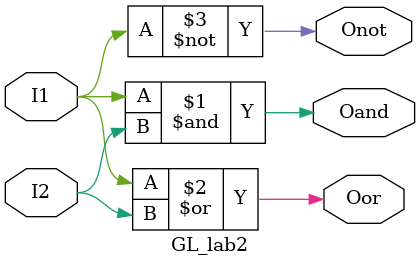
<source format=v>
module GL_lab2(Onot, Oor, Oand, I1, I2);

input I1, I2;
output Oand, Onot, Oor;

not G1(Onot, I1);
and G2(Oand, I1, I2);
or G3(Oor, I1, I2);

endmodule

</source>
